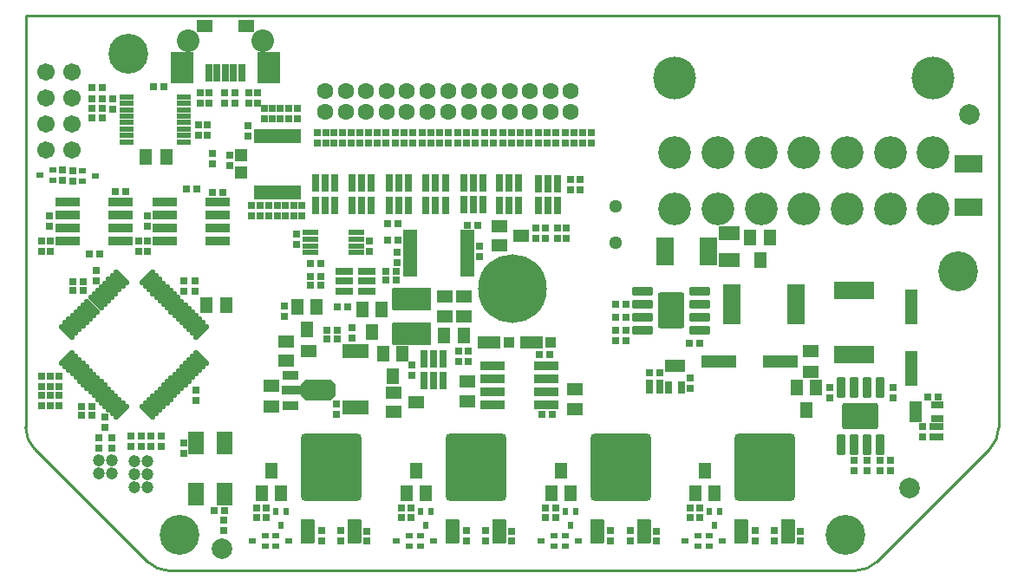
<source format=gts>
%FSLAX23Y23*%
%MOIN*%
G70*
G01*
G75*
G04 Layer_Color=8388736*
%ADD10R,0.020X0.020*%
%ADD11R,0.020X0.020*%
%ADD12R,0.022X0.057*%
%ADD13R,0.022X0.057*%
%ADD14R,0.055X0.039*%
%ADD15R,0.079X0.043*%
%ADD16R,0.031X0.031*%
%ADD17R,0.059X0.098*%
%ADD18R,0.098X0.059*%
%ADD19R,0.039X0.055*%
G04:AMPARAMS|DCode=20|XSize=142mil|YSize=79mil|CornerRadius=4mil|HoleSize=0mil|Usage=FLASHONLY|Rotation=180.000|XOffset=0mil|YOffset=0mil|HoleType=Round|Shape=RoundedRectangle|*
%AMROUNDEDRECTD20*
21,1,0.142,0.071,0,0,180.0*
21,1,0.134,0.079,0,0,180.0*
1,1,0.008,-0.067,0.035*
1,1,0.008,0.067,0.035*
1,1,0.008,0.067,-0.035*
1,1,0.008,-0.067,-0.035*
%
%ADD20ROUNDEDRECTD20*%
%ADD21R,0.020X0.014*%
%ADD22R,0.014X0.020*%
%ADD23R,0.057X0.018*%
%ADD24R,0.071X0.045*%
%ADD25C,0.020*%
%ADD26R,0.020X0.063*%
%ADD27R,0.083X0.114*%
%ADD28R,0.051X0.039*%
%ADD29R,0.055X0.024*%
%ADD30R,0.071X0.024*%
G04:AMPARAMS|DCode=31|XSize=75mil|YSize=126mil|CornerRadius=0mil|HoleSize=0mil|Usage=FLASHONLY|Rotation=90.000|XOffset=0mil|YOffset=0mil|HoleType=Round|Shape=Octagon|*
%AMOCTAGOND31*
4,1,8,-0.063,-0.019,-0.063,0.019,-0.044,0.037,0.044,0.037,0.063,0.019,0.063,-0.019,0.044,-0.037,-0.044,-0.037,-0.063,-0.019,0.0*
%
%ADD31OCTAGOND31*%

%ADD32R,0.017X0.050*%
%ADD33R,0.050X0.017*%
%ADD34R,0.087X0.024*%
G04:AMPARAMS|DCode=35|XSize=12mil|YSize=71mil|CornerRadius=0mil|HoleSize=0mil|Usage=FLASHONLY|Rotation=315.000|XOffset=0mil|YOffset=0mil|HoleType=Round|Shape=Round|*
%AMOVALD35*
21,1,0.059,0.012,0.000,0.000,45.0*
1,1,0.012,-0.021,-0.021*
1,1,0.012,0.021,0.021*
%
%ADD35OVALD35*%

G04:AMPARAMS|DCode=36|XSize=12mil|YSize=71mil|CornerRadius=0mil|HoleSize=0mil|Usage=FLASHONLY|Rotation=45.000|XOffset=0mil|YOffset=0mil|HoleType=Round|Shape=Round|*
%AMOVALD36*
21,1,0.059,0.012,0.000,0.000,135.0*
1,1,0.012,0.021,-0.021*
1,1,0.012,-0.021,0.021*
%
%ADD36OVALD36*%

%ADD37R,0.018X0.037*%
%ADD38R,0.037X0.018*%
G04:AMPARAMS|DCode=39|XSize=228mil|YSize=252mil|CornerRadius=17mil|HoleSize=0mil|Usage=FLASHONLY|Rotation=0.000|XOffset=0mil|YOffset=0mil|HoleType=Round|Shape=RoundedRectangle|*
%AMROUNDEDRECTD39*
21,1,0.228,0.218,0,0,0.0*
21,1,0.194,0.252,0,0,0.0*
1,1,0.034,0.097,-0.109*
1,1,0.034,-0.097,-0.109*
1,1,0.034,-0.097,0.109*
1,1,0.034,0.097,0.109*
%
%ADD39ROUNDEDRECTD39*%
G04:AMPARAMS|DCode=40|XSize=47mil|YSize=87mil|CornerRadius=4mil|HoleSize=0mil|Usage=FLASHONLY|Rotation=0.000|XOffset=0mil|YOffset=0mil|HoleType=Round|Shape=RoundedRectangle|*
%AMROUNDEDRECTD40*
21,1,0.047,0.080,0,0,0.0*
21,1,0.040,0.087,0,0,0.0*
1,1,0.007,0.020,-0.040*
1,1,0.007,-0.020,-0.040*
1,1,0.007,-0.020,0.040*
1,1,0.007,0.020,0.040*
%
%ADD40ROUNDEDRECTD40*%
%ADD41R,0.146X0.059*%
%ADD42R,0.059X0.146*%
G04:AMPARAMS|DCode=43|XSize=95mil|YSize=130mil|CornerRadius=7mil|HoleSize=0mil|Usage=FLASHONLY|Rotation=90.000|XOffset=0mil|YOffset=0mil|HoleType=Round|Shape=RoundedRectangle|*
%AMROUNDEDRECTD43*
21,1,0.095,0.116,0,0,90.0*
21,1,0.081,0.130,0,0,90.0*
1,1,0.014,0.058,0.040*
1,1,0.014,0.058,-0.040*
1,1,0.014,-0.058,-0.040*
1,1,0.014,-0.058,0.040*
%
%ADD43ROUNDEDRECTD43*%
G04:AMPARAMS|DCode=44|XSize=26mil|YSize=69mil|CornerRadius=2mil|HoleSize=0mil|Usage=FLASHONLY|Rotation=180.000|XOffset=0mil|YOffset=0mil|HoleType=Round|Shape=RoundedRectangle|*
%AMROUNDEDRECTD44*
21,1,0.026,0.065,0,0,180.0*
21,1,0.022,0.069,0,0,180.0*
1,1,0.004,-0.011,0.033*
1,1,0.004,0.011,0.033*
1,1,0.004,0.011,-0.033*
1,1,0.004,-0.011,-0.033*
%
%ADD44ROUNDEDRECTD44*%
%ADD45R,0.039X0.125*%
G04:AMPARAMS|DCode=46|XSize=95mil|YSize=130mil|CornerRadius=7mil|HoleSize=0mil|Usage=FLASHONLY|Rotation=0.000|XOffset=0mil|YOffset=0mil|HoleType=Round|Shape=RoundedRectangle|*
%AMROUNDEDRECTD46*
21,1,0.095,0.116,0,0,0.0*
21,1,0.081,0.130,0,0,0.0*
1,1,0.014,0.040,-0.058*
1,1,0.014,-0.040,-0.058*
1,1,0.014,-0.040,0.058*
1,1,0.014,0.040,0.058*
%
%ADD46ROUNDEDRECTD46*%
G04:AMPARAMS|DCode=47|XSize=26mil|YSize=69mil|CornerRadius=2mil|HoleSize=0mil|Usage=FLASHONLY|Rotation=90.000|XOffset=0mil|YOffset=0mil|HoleType=Round|Shape=RoundedRectangle|*
%AMROUNDEDRECTD47*
21,1,0.026,0.065,0,0,90.0*
21,1,0.022,0.069,0,0,90.0*
1,1,0.004,0.033,0.011*
1,1,0.004,0.033,-0.011*
1,1,0.004,-0.033,-0.011*
1,1,0.004,-0.033,0.011*
%
%ADD47ROUNDEDRECTD47*%
%ADD48R,0.125X0.039*%
%ADD49R,0.051X0.079*%
%ADD50R,0.043X0.039*%
%ADD51R,0.057X0.022*%
%ADD52R,0.057X0.022*%
%ADD53R,0.051X0.043*%
%ADD54R,0.043X0.051*%
%ADD55R,0.050X0.012*%
%ADD56C,0.006*%
%ADD57C,0.012*%
%ADD58C,0.016*%
%ADD59C,0.020*%
%ADD60C,0.025*%
%ADD61C,0.030*%
%ADD62C,0.010*%
%ADD63C,0.043*%
%ADD64C,0.145*%
%ADD65C,0.079*%
%ADD66C,0.256*%
%ADD67C,0.118*%
%ADD68C,0.157*%
%ADD69C,0.055*%
%ADD70C,0.059*%
%ADD71C,0.018*%
%ADD72C,0.040*%
%ADD73C,0.007*%
%ADD74C,0.056*%
%ADD75C,0.083*%
%ADD76C,0.260*%
%ADD77C,0.099*%
%ADD78C,0.146*%
%ADD79C,0.060*%
%ADD80C,0.052*%
%ADD81C,0.032*%
%ADD82R,0.039X0.043*%
%ADD83C,0.055*%
%ADD84C,0.004*%
%ADD85C,0.010*%
%ADD86C,0.008*%
%ADD87C,0.024*%
%ADD88C,0.016*%
%ADD89C,0.001*%
%ADD90C,0.008*%
%ADD91C,0.015*%
%ADD92C,0.004*%
%ADD93C,0.005*%
%ADD94R,0.024X0.008*%
%ADD95R,0.008X0.024*%
%ADD96R,0.130X0.040*%
%ADD97R,0.050X0.030*%
%ADD98R,0.070X0.040*%
%ADD99R,0.040X0.070*%
%ADD100R,0.074X0.057*%
%ADD101R,0.074X0.057*%
%ADD102R,0.130X0.150*%
%ADD103R,0.150X0.130*%
%ADD104R,0.040X0.010*%
%ADD105R,0.050X0.020*%
%ADD106R,0.020X0.050*%
%ADD107R,0.010X0.040*%
%ADD108R,0.028X0.028*%
%ADD109R,0.028X0.028*%
%ADD110R,0.030X0.065*%
%ADD111R,0.030X0.065*%
%ADD112R,0.063X0.047*%
%ADD113R,0.087X0.051*%
%ADD114R,0.039X0.039*%
%ADD115R,0.067X0.106*%
%ADD116R,0.106X0.067*%
%ADD117R,0.047X0.063*%
G04:AMPARAMS|DCode=118|XSize=150mil|YSize=87mil|CornerRadius=4mil|HoleSize=0mil|Usage=FLASHONLY|Rotation=180.000|XOffset=0mil|YOffset=0mil|HoleType=Round|Shape=RoundedRectangle|*
%AMROUNDEDRECTD118*
21,1,0.150,0.078,0,0,180.0*
21,1,0.141,0.087,0,0,180.0*
1,1,0.009,-0.071,0.039*
1,1,0.009,0.071,0.039*
1,1,0.009,0.071,-0.039*
1,1,0.009,-0.071,-0.039*
%
%ADD118ROUNDEDRECTD118*%
%ADD119R,0.028X0.022*%
%ADD120R,0.022X0.028*%
%ADD121R,0.061X0.022*%
%ADD122R,0.079X0.053*%
%ADD123R,0.028X0.071*%
%ADD124R,0.091X0.122*%
%ADD125R,0.059X0.047*%
%ADD126R,0.063X0.032*%
%ADD127R,0.079X0.032*%
G04:AMPARAMS|DCode=128|XSize=83mil|YSize=134mil|CornerRadius=0mil|HoleSize=0mil|Usage=FLASHONLY|Rotation=90.000|XOffset=0mil|YOffset=0mil|HoleType=Round|Shape=Octagon|*
%AMOCTAGOND128*
4,1,8,-0.067,-0.021,-0.067,0.021,-0.046,0.041,0.046,0.041,0.067,0.021,0.067,-0.021,0.046,-0.041,-0.046,-0.041,-0.067,-0.021,0.0*
%
%ADD128OCTAGOND128*%

%ADD129R,0.025X0.058*%
%ADD130R,0.058X0.025*%
%ADD131R,0.095X0.032*%
G04:AMPARAMS|DCode=132|XSize=20mil|YSize=79mil|CornerRadius=0mil|HoleSize=0mil|Usage=FLASHONLY|Rotation=315.000|XOffset=0mil|YOffset=0mil|HoleType=Round|Shape=Round|*
%AMOVALD132*
21,1,0.059,0.020,0.000,0.000,45.0*
1,1,0.020,-0.021,-0.021*
1,1,0.020,0.021,0.021*
%
%ADD132OVALD132*%

G04:AMPARAMS|DCode=133|XSize=20mil|YSize=79mil|CornerRadius=0mil|HoleSize=0mil|Usage=FLASHONLY|Rotation=45.000|XOffset=0mil|YOffset=0mil|HoleType=Round|Shape=Round|*
%AMOVALD133*
21,1,0.059,0.020,0.000,0.000,135.0*
1,1,0.020,0.021,-0.021*
1,1,0.020,-0.021,0.021*
%
%ADD133OVALD133*%

%ADD134R,0.026X0.045*%
%ADD135R,0.045X0.026*%
G04:AMPARAMS|DCode=136|XSize=236mil|YSize=260mil|CornerRadius=18mil|HoleSize=0mil|Usage=FLASHONLY|Rotation=0.000|XOffset=0mil|YOffset=0mil|HoleType=Round|Shape=RoundedRectangle|*
%AMROUNDEDRECTD136*
21,1,0.236,0.225,0,0,0.0*
21,1,0.201,0.260,0,0,0.0*
1,1,0.035,0.100,-0.112*
1,1,0.035,-0.100,-0.112*
1,1,0.035,-0.100,0.112*
1,1,0.035,0.100,0.112*
%
%ADD136ROUNDEDRECTD136*%
G04:AMPARAMS|DCode=137|XSize=55mil|YSize=95mil|CornerRadius=4mil|HoleSize=0mil|Usage=FLASHONLY|Rotation=0.000|XOffset=0mil|YOffset=0mil|HoleType=Round|Shape=RoundedRectangle|*
%AMROUNDEDRECTD137*
21,1,0.055,0.086,0,0,0.0*
21,1,0.047,0.095,0,0,0.0*
1,1,0.008,0.023,-0.043*
1,1,0.008,-0.023,-0.043*
1,1,0.008,-0.023,0.043*
1,1,0.008,0.023,0.043*
%
%ADD137ROUNDEDRECTD137*%
%ADD138R,0.154X0.067*%
%ADD139R,0.067X0.154*%
G04:AMPARAMS|DCode=140|XSize=103mil|YSize=138mil|CornerRadius=8mil|HoleSize=0mil|Usage=FLASHONLY|Rotation=90.000|XOffset=0mil|YOffset=0mil|HoleType=Round|Shape=RoundedRectangle|*
%AMROUNDEDRECTD140*
21,1,0.103,0.122,0,0,90.0*
21,1,0.087,0.138,0,0,90.0*
1,1,0.015,0.061,0.044*
1,1,0.015,0.061,-0.044*
1,1,0.015,-0.061,-0.044*
1,1,0.015,-0.061,0.044*
%
%ADD140ROUNDEDRECTD140*%
G04:AMPARAMS|DCode=141|XSize=34mil|YSize=77mil|CornerRadius=3mil|HoleSize=0mil|Usage=FLASHONLY|Rotation=180.000|XOffset=0mil|YOffset=0mil|HoleType=Round|Shape=RoundedRectangle|*
%AMROUNDEDRECTD141*
21,1,0.034,0.072,0,0,180.0*
21,1,0.029,0.077,0,0,180.0*
1,1,0.005,-0.014,0.036*
1,1,0.005,0.014,0.036*
1,1,0.005,0.014,-0.036*
1,1,0.005,-0.014,-0.036*
%
%ADD141ROUNDEDRECTD141*%
%ADD142R,0.047X0.133*%
G04:AMPARAMS|DCode=143|XSize=103mil|YSize=138mil|CornerRadius=8mil|HoleSize=0mil|Usage=FLASHONLY|Rotation=0.000|XOffset=0mil|YOffset=0mil|HoleType=Round|Shape=RoundedRectangle|*
%AMROUNDEDRECTD143*
21,1,0.103,0.122,0,0,0.0*
21,1,0.087,0.138,0,0,0.0*
1,1,0.015,0.044,-0.061*
1,1,0.015,-0.044,-0.061*
1,1,0.015,-0.044,0.061*
1,1,0.015,0.044,0.061*
%
%ADD143ROUNDEDRECTD143*%
G04:AMPARAMS|DCode=144|XSize=34mil|YSize=77mil|CornerRadius=3mil|HoleSize=0mil|Usage=FLASHONLY|Rotation=90.000|XOffset=0mil|YOffset=0mil|HoleType=Round|Shape=RoundedRectangle|*
%AMROUNDEDRECTD144*
21,1,0.034,0.072,0,0,90.0*
21,1,0.029,0.077,0,0,90.0*
1,1,0.005,0.036,0.014*
1,1,0.005,0.036,-0.014*
1,1,0.005,-0.036,-0.014*
1,1,0.005,-0.036,0.014*
%
%ADD144ROUNDEDRECTD144*%
%ADD145R,0.133X0.047*%
%ADD146R,0.059X0.087*%
%ADD147R,0.051X0.047*%
%ADD148R,0.065X0.030*%
%ADD149R,0.065X0.030*%
%ADD150R,0.059X0.051*%
%ADD151R,0.051X0.059*%
%ADD152R,0.058X0.020*%
%ADD153C,0.047*%
%ADD154C,0.153*%
%ADD155C,0.087*%
%ADD156C,0.264*%
%ADD157C,0.126*%
%ADD158C,0.165*%
%ADD159C,0.063*%
%ADD160C,0.067*%
%ADD161C,0.051*%
D62*
X-1870Y-532D02*
G03*
X-1835Y-615I118J0D01*
G01*
X-1402Y-1048D02*
G03*
X-1319Y-1083I84J84D01*
G01*
X1319D02*
G03*
X1402Y-1048I0J118D01*
G01*
X1836Y-615D02*
G03*
X1870Y-532I-84J84D01*
G01*
X-1835Y-615D02*
X-1402Y-1048D01*
X-1319Y-1083D02*
X1319D01*
X1402Y-1048D02*
X1836Y-615D01*
X1870Y-532D02*
Y1053D01*
X-1870D02*
X1870D01*
X-1870Y-532D02*
Y1053D01*
D65*
X-1115Y-1000D02*
D03*
X1758Y673D02*
D03*
X1529Y-766D02*
D03*
D108*
X-892Y655D02*
D03*
Y695D02*
D03*
X-872Y283D02*
D03*
Y323D02*
D03*
X-124Y125D02*
D03*
Y165D02*
D03*
X-441Y140D02*
D03*
Y100D02*
D03*
X-518Y603D02*
D03*
Y563D02*
D03*
X-584Y603D02*
D03*
Y563D02*
D03*
X-551Y603D02*
D03*
Y563D02*
D03*
X-618Y603D02*
D03*
Y563D02*
D03*
X-1014Y589D02*
D03*
Y629D02*
D03*
X-953Y695D02*
D03*
Y655D02*
D03*
X-968Y283D02*
D03*
Y323D02*
D03*
X-1001D02*
D03*
Y283D02*
D03*
X-827Y695D02*
D03*
Y655D02*
D03*
X-860Y695D02*
D03*
Y655D02*
D03*
X-808Y283D02*
D03*
Y323D02*
D03*
X-840Y283D02*
D03*
Y323D02*
D03*
X-170Y-278D02*
D03*
Y-238D02*
D03*
X-828Y212D02*
D03*
Y172D02*
D03*
X226Y380D02*
D03*
Y420D02*
D03*
X262Y380D02*
D03*
Y420D02*
D03*
X91Y235D02*
D03*
Y195D02*
D03*
X-548Y186D02*
D03*
Y146D02*
D03*
X209Y195D02*
D03*
Y235D02*
D03*
X127Y195D02*
D03*
Y235D02*
D03*
X175Y195D02*
D03*
Y235D02*
D03*
X-1536Y690D02*
D03*
Y730D02*
D03*
X-615Y-189D02*
D03*
Y-149D02*
D03*
X-675Y-442D02*
D03*
Y-482D02*
D03*
X553Y-931D02*
D03*
Y-970D02*
D03*
X1107Y-931D02*
D03*
Y-970D02*
D03*
X-1108Y-889D02*
D03*
Y-929D02*
D03*
X-1263Y-633D02*
D03*
Y-593D02*
D03*
X-1403Y241D02*
D03*
Y281D02*
D03*
X-1778Y240D02*
D03*
Y280D02*
D03*
X-207Y-238D02*
D03*
Y-278D02*
D03*
X-1205Y590D02*
D03*
Y630D02*
D03*
X-1810Y185D02*
D03*
Y145D02*
D03*
X-1435Y186D02*
D03*
Y146D02*
D03*
X933Y-968D02*
D03*
Y-929D02*
D03*
X1007Y-969D02*
D03*
Y-930D02*
D03*
X379Y-968D02*
D03*
Y-929D02*
D03*
X453Y-969D02*
D03*
Y-930D02*
D03*
X-177Y-968D02*
D03*
Y-929D02*
D03*
X-103Y-969D02*
D03*
Y-930D02*
D03*
X-3Y-970D02*
D03*
Y-931D02*
D03*
X-733Y-968D02*
D03*
Y-929D02*
D03*
X-659Y-969D02*
D03*
Y-930D02*
D03*
X-559Y-970D02*
D03*
Y-931D02*
D03*
X1222Y-378D02*
D03*
Y-418D02*
D03*
X528Y-361D02*
D03*
Y-321D02*
D03*
X568Y-361D02*
D03*
Y-321D02*
D03*
X683Y-381D02*
D03*
Y-341D02*
D03*
X1646Y-569D02*
D03*
Y-529D02*
D03*
X1364Y-660D02*
D03*
Y-700D02*
D03*
X1314Y-660D02*
D03*
Y-700D02*
D03*
X1414Y-699D02*
D03*
Y-659D02*
D03*
X1455D02*
D03*
Y-699D02*
D03*
X-1777Y145D02*
D03*
Y185D02*
D03*
X-1403Y146D02*
D03*
Y186D02*
D03*
X-979Y715D02*
D03*
Y755D02*
D03*
X-1198Y715D02*
D03*
Y755D02*
D03*
X-1171Y630D02*
D03*
Y590D02*
D03*
X-1085Y475D02*
D03*
Y515D02*
D03*
X-1464Y-565D02*
D03*
Y-605D02*
D03*
X-1424Y-565D02*
D03*
Y-605D02*
D03*
X-1689Y416D02*
D03*
Y456D02*
D03*
X-1729Y457D02*
D03*
Y417D02*
D03*
X1463Y-417D02*
D03*
Y-377D02*
D03*
X-1067Y756D02*
D03*
Y716D02*
D03*
X-1104Y755D02*
D03*
Y715D02*
D03*
X-1151Y521D02*
D03*
Y481D02*
D03*
X-1741Y-448D02*
D03*
Y-408D02*
D03*
X-1775Y-448D02*
D03*
Y-408D02*
D03*
X-1810Y-407D02*
D03*
Y-447D02*
D03*
X-1589Y-572D02*
D03*
Y-612D02*
D03*
X-1540Y-573D02*
D03*
Y-613D02*
D03*
X-484Y563D02*
D03*
Y603D02*
D03*
X-415Y563D02*
D03*
Y603D02*
D03*
X-385Y-291D02*
D03*
Y-331D02*
D03*
X-1166Y715D02*
D03*
Y755D02*
D03*
X-1011Y715D02*
D03*
Y755D02*
D03*
X-684Y603D02*
D03*
Y563D02*
D03*
X-717Y603D02*
D03*
Y563D02*
D03*
X-651Y603D02*
D03*
Y563D02*
D03*
X-1599Y73D02*
D03*
Y33D02*
D03*
X-381Y563D02*
D03*
Y603D02*
D03*
X-1566Y-533D02*
D03*
Y-493D02*
D03*
X-312Y603D02*
D03*
Y563D02*
D03*
X-244D02*
D03*
Y603D02*
D03*
X-209Y563D02*
D03*
Y603D02*
D03*
X-175D02*
D03*
Y563D02*
D03*
X-141Y603D02*
D03*
Y563D02*
D03*
X-106D02*
D03*
Y603D02*
D03*
X-72Y563D02*
D03*
Y603D02*
D03*
X-3D02*
D03*
Y563D02*
D03*
X237Y603D02*
D03*
Y563D02*
D03*
X-450Y603D02*
D03*
Y563D02*
D03*
X-750Y603D02*
D03*
Y563D02*
D03*
X-278Y603D02*
D03*
Y563D02*
D03*
X-347D02*
D03*
Y603D02*
D03*
X-37D02*
D03*
Y563D02*
D03*
X31D02*
D03*
Y603D02*
D03*
X203D02*
D03*
Y563D02*
D03*
X100Y603D02*
D03*
Y563D02*
D03*
X66Y603D02*
D03*
Y563D02*
D03*
X306D02*
D03*
Y603D02*
D03*
X272Y563D02*
D03*
Y603D02*
D03*
X169Y563D02*
D03*
Y603D02*
D03*
X134Y563D02*
D03*
Y603D02*
D03*
X-903Y283D02*
D03*
Y323D02*
D03*
X-1388Y-605D02*
D03*
Y-565D02*
D03*
X-1350Y-564D02*
D03*
Y-604D02*
D03*
X-935Y283D02*
D03*
Y323D02*
D03*
X-1775Y-376D02*
D03*
Y-336D02*
D03*
X-1741Y-376D02*
D03*
Y-336D02*
D03*
X-1262Y33D02*
D03*
X-1262Y-7D02*
D03*
X-1220Y-8D02*
D03*
Y32D02*
D03*
X-1810Y-376D02*
D03*
Y-336D02*
D03*
X-1214Y-429D02*
D03*
Y-389D02*
D03*
X-876Y-66D02*
D03*
Y-106D02*
D03*
X-923Y655D02*
D03*
Y695D02*
D03*
D109*
X-734Y98D02*
D03*
X-774D02*
D03*
X-1213Y386D02*
D03*
X-1253D02*
D03*
X-1586Y136D02*
D03*
X-1626D02*
D03*
X-735Y49D02*
D03*
X-775D02*
D03*
X-1577Y659D02*
D03*
X-1617D02*
D03*
X-479Y188D02*
D03*
X-439D02*
D03*
X-672Y-69D02*
D03*
X-632D02*
D03*
X-446Y68D02*
D03*
X-486D02*
D03*
X-173Y246D02*
D03*
X-133D02*
D03*
X-735Y16D02*
D03*
X-775D02*
D03*
X144Y-251D02*
D03*
X104D02*
D03*
X113Y-481D02*
D03*
X153D02*
D03*
X-1340Y777D02*
D03*
X-1380D02*
D03*
X-1145Y-851D02*
D03*
X-1105D02*
D03*
X-1525Y374D02*
D03*
X-1485D02*
D03*
X-1111Y372D02*
D03*
X-1151D02*
D03*
X683Y-879D02*
D03*
X722D02*
D03*
X683Y-842D02*
D03*
X722D02*
D03*
X129Y-879D02*
D03*
X168D02*
D03*
X129Y-842D02*
D03*
X168D02*
D03*
X-427Y-879D02*
D03*
X-388D02*
D03*
X-427Y-842D02*
D03*
X-388D02*
D03*
X-983Y-879D02*
D03*
X-944D02*
D03*
X-983Y-842D02*
D03*
X-944D02*
D03*
X528Y-390D02*
D03*
X568D02*
D03*
X438Y-199D02*
D03*
X398D02*
D03*
Y-158D02*
D03*
X438D02*
D03*
X437Y-108D02*
D03*
X397D02*
D03*
X437Y-58D02*
D03*
X397D02*
D03*
X1637Y-414D02*
D03*
X1597D02*
D03*
X1617Y-529D02*
D03*
X1577D02*
D03*
X1617Y-569D02*
D03*
X1577D02*
D03*
X-1577Y695D02*
D03*
X-1617D02*
D03*
X-1577Y733D02*
D03*
X-1617D02*
D03*
Y774D02*
D03*
X-1577D02*
D03*
X-671Y-192D02*
D03*
X-711D02*
D03*
X681Y-208D02*
D03*
X721D02*
D03*
X-1689Y-5D02*
D03*
X-1649D02*
D03*
X-446Y36D02*
D03*
X-486D02*
D03*
X-438Y250D02*
D03*
X-478D02*
D03*
X-1617Y-452D02*
D03*
X-1657D02*
D03*
X-1649Y27D02*
D03*
X-1689D02*
D03*
X-1657Y-484D02*
D03*
X-1617D02*
D03*
X-671Y-158D02*
D03*
X-711D02*
D03*
D110*
X-616Y407D02*
D03*
X-579D02*
D03*
X-542D02*
D03*
Y323D02*
D03*
X-579D02*
D03*
X-338Y-269D02*
D03*
X-301D02*
D03*
X-264D02*
D03*
Y-353D02*
D03*
X-301D02*
D03*
X174Y322D02*
D03*
X137D02*
D03*
X100D02*
D03*
Y406D02*
D03*
X137D02*
D03*
X-436Y323D02*
D03*
X-399D02*
D03*
Y407D02*
D03*
X-436D02*
D03*
X-473D02*
D03*
X-150Y324D02*
D03*
X-113D02*
D03*
Y408D02*
D03*
X-150D02*
D03*
X-187D02*
D03*
X-48Y407D02*
D03*
X-11D02*
D03*
X26D02*
D03*
Y323D02*
D03*
X-11D02*
D03*
X-331Y407D02*
D03*
X-294D02*
D03*
X-257D02*
D03*
Y323D02*
D03*
X-294D02*
D03*
X-755Y407D02*
D03*
X-718D02*
D03*
X-681D02*
D03*
Y323D02*
D03*
X-718D02*
D03*
D111*
X-616Y323D02*
D03*
X-338Y-353D02*
D03*
X174Y406D02*
D03*
X-473Y323D02*
D03*
X-187Y324D02*
D03*
X-48Y323D02*
D03*
X-331D02*
D03*
X-755D02*
D03*
D112*
X36Y204D02*
D03*
X-50Y167D02*
D03*
Y241D02*
D03*
X-782Y-238D02*
D03*
X-868Y-275D02*
D03*
Y-201D02*
D03*
X-369Y-434D02*
D03*
X-455Y-471D02*
D03*
Y-397D02*
D03*
D113*
X-88Y-206D02*
D03*
X74Y-204D02*
D03*
D114*
X-13Y-206D02*
D03*
X149Y-204D02*
D03*
D115*
X754Y145D02*
D03*
X588D02*
D03*
D116*
X1753Y481D02*
D03*
Y315D02*
D03*
D117*
X-458Y-334D02*
D03*
X-495Y-248D02*
D03*
X-421D02*
D03*
X953Y112D02*
D03*
X916Y198D02*
D03*
X990D02*
D03*
X-752Y-70D02*
D03*
X-826D02*
D03*
X-789Y-156D02*
D03*
X-962Y-785D02*
D03*
X-888D02*
D03*
X-925Y-698D02*
D03*
X-406Y-785D02*
D03*
X-332D02*
D03*
X-369Y-698D02*
D03*
X150Y-785D02*
D03*
X224D02*
D03*
X187Y-698D02*
D03*
X704Y-785D02*
D03*
X778D02*
D03*
X741Y-698D02*
D03*
X1132Y-465D02*
D03*
X1095Y-379D02*
D03*
X1169D02*
D03*
X-538Y-166D02*
D03*
X-575Y-80D02*
D03*
X-501D02*
D03*
D118*
X-386Y-37D02*
D03*
Y-171D02*
D03*
D119*
X-858Y-967D02*
D03*
X-908Y-987D02*
D03*
Y-948D02*
D03*
X-302Y-967D02*
D03*
X-352Y-987D02*
D03*
Y-948D02*
D03*
X254Y-967D02*
D03*
X204Y-987D02*
D03*
Y-948D02*
D03*
X808Y-967D02*
D03*
X758Y-987D02*
D03*
Y-948D02*
D03*
X-1000Y-967D02*
D03*
X-950Y-948D02*
D03*
Y-987D02*
D03*
X-444Y-967D02*
D03*
X-394Y-948D02*
D03*
Y-987D02*
D03*
X112Y-967D02*
D03*
X162Y-948D02*
D03*
Y-987D02*
D03*
X666Y-967D02*
D03*
X716Y-948D02*
D03*
Y-987D02*
D03*
X-1814Y437D02*
D03*
X-1764Y457D02*
D03*
Y417D02*
D03*
X-1603Y436D02*
D03*
X-1653Y416D02*
D03*
Y456D02*
D03*
D120*
X-889Y-907D02*
D03*
X-909Y-856D02*
D03*
X-869D02*
D03*
X-333Y-907D02*
D03*
X-353Y-856D02*
D03*
X-313D02*
D03*
X223Y-907D02*
D03*
X203Y-856D02*
D03*
X243D02*
D03*
X777Y-907D02*
D03*
X757Y-856D02*
D03*
X797D02*
D03*
D121*
X-774Y192D02*
D03*
Y166D02*
D03*
Y141D02*
D03*
X-600Y217D02*
D03*
Y192D02*
D03*
Y166D02*
D03*
Y141D02*
D03*
X-774Y217D02*
D03*
D122*
X833Y214D02*
D03*
Y110D02*
D03*
D123*
X-1165Y833D02*
D03*
X-1134D02*
D03*
X-1102D02*
D03*
X-1071D02*
D03*
X-1039D02*
D03*
D124*
X-1268Y850D02*
D03*
X-937D02*
D03*
D125*
X-1183Y1010D02*
D03*
X-1022D02*
D03*
D126*
X-852Y-331D02*
D03*
Y-449D02*
D03*
D127*
X-844Y-390D02*
D03*
D128*
X-746D02*
D03*
D129*
X-564Y-238D02*
D03*
X-589D02*
D03*
X-615D02*
D03*
X-640D02*
D03*
X-564Y-456D02*
D03*
X-589D02*
D03*
X-615D02*
D03*
X-640D02*
D03*
X-980Y371D02*
D03*
X-954D02*
D03*
X-929D02*
D03*
X-903D02*
D03*
X-877D02*
D03*
X-852D02*
D03*
X-826D02*
D03*
X-980Y589D02*
D03*
X-954D02*
D03*
X-929D02*
D03*
X-903D02*
D03*
X-877D02*
D03*
X-852D02*
D03*
X-826D02*
D03*
D130*
X-173Y60D02*
D03*
Y86D02*
D03*
Y111D02*
D03*
Y137D02*
D03*
Y163D02*
D03*
Y188D02*
D03*
Y214D02*
D03*
X-391Y60D02*
D03*
Y86D02*
D03*
Y111D02*
D03*
Y137D02*
D03*
Y163D02*
D03*
Y188D02*
D03*
Y214D02*
D03*
D131*
X-74Y-344D02*
D03*
Y-394D02*
D03*
Y-444D02*
D03*
X130Y-294D02*
D03*
Y-344D02*
D03*
Y-394D02*
D03*
Y-444D02*
D03*
X-74Y-294D02*
D03*
X-1708Y335D02*
D03*
X-1504Y185D02*
D03*
Y235D02*
D03*
Y285D02*
D03*
Y335D02*
D03*
X-1708Y185D02*
D03*
Y235D02*
D03*
Y285D02*
D03*
X-1336Y286D02*
D03*
Y236D02*
D03*
Y186D02*
D03*
X-1132Y336D02*
D03*
Y286D02*
D03*
Y236D02*
D03*
Y186D02*
D03*
X-1336Y336D02*
D03*
D132*
X-1403Y45D02*
D03*
X-1389Y31D02*
D03*
X-1375Y17D02*
D03*
X-1361Y3D02*
D03*
X-1347Y-11D02*
D03*
X-1333Y-25D02*
D03*
X-1319Y-39D02*
D03*
X-1305Y-53D02*
D03*
X-1291Y-67D02*
D03*
X-1277Y-81D02*
D03*
X-1263Y-95D02*
D03*
X-1250Y-109D02*
D03*
X-1236Y-122D02*
D03*
X-1222Y-136D02*
D03*
X-1208Y-150D02*
D03*
X-1194Y-164D02*
D03*
X-1503Y-473D02*
D03*
X-1517Y-459D02*
D03*
X-1531Y-445D02*
D03*
X-1545Y-431D02*
D03*
X-1559Y-418D02*
D03*
X-1572Y-404D02*
D03*
X-1586Y-390D02*
D03*
X-1600Y-376D02*
D03*
X-1614Y-362D02*
D03*
X-1628Y-348D02*
D03*
X-1642Y-334D02*
D03*
X-1656Y-320D02*
D03*
X-1670Y-306D02*
D03*
X-1684Y-292D02*
D03*
X-1698Y-278D02*
D03*
X-1712Y-264D02*
D03*
D133*
X-1194D02*
D03*
X-1208Y-278D02*
D03*
X-1222Y-292D02*
D03*
X-1236Y-306D02*
D03*
X-1250Y-320D02*
D03*
X-1263Y-334D02*
D03*
X-1277Y-348D02*
D03*
X-1291Y-362D02*
D03*
X-1305Y-376D02*
D03*
X-1319Y-390D02*
D03*
X-1333Y-404D02*
D03*
X-1347Y-418D02*
D03*
X-1361Y-431D02*
D03*
X-1375Y-445D02*
D03*
X-1389Y-459D02*
D03*
X-1403Y-473D02*
D03*
X-1712Y-164D02*
D03*
X-1698Y-150D02*
D03*
X-1684Y-136D02*
D03*
X-1670Y-122D02*
D03*
X-1656Y-109D02*
D03*
X-1642Y-95D02*
D03*
X-1628Y-81D02*
D03*
X-1614Y-67D02*
D03*
X-1600Y-53D02*
D03*
X-1586Y-39D02*
D03*
X-1572Y-25D02*
D03*
X-1559Y-11D02*
D03*
X-1545Y3D02*
D03*
X-1531Y17D02*
D03*
X-1517Y31D02*
D03*
X-1503Y45D02*
D03*
D134*
X652Y-380D02*
D03*
X600D02*
D03*
X652Y-294D02*
D03*
X626D02*
D03*
X600D02*
D03*
D135*
X1636Y-445D02*
D03*
Y-497D02*
D03*
X1550Y-445D02*
D03*
Y-471D02*
D03*
Y-497D02*
D03*
D136*
X418Y-684D02*
D03*
X972D02*
D03*
X-694D02*
D03*
X-138D02*
D03*
D137*
X328Y-932D02*
D03*
X508D02*
D03*
X1062D02*
D03*
X882D02*
D03*
X-784D02*
D03*
X-604D02*
D03*
X-48D02*
D03*
X-228D02*
D03*
D138*
X1314Y-252D02*
D03*
Y-6D02*
D03*
D139*
X1091Y-58D02*
D03*
X845D02*
D03*
D140*
X1339Y-487D02*
D03*
D141*
X1314Y-597D02*
D03*
X1364D02*
D03*
X1414D02*
D03*
X1264Y-377D02*
D03*
X1314D02*
D03*
X1364D02*
D03*
X1414D02*
D03*
X1264Y-597D02*
D03*
D142*
X1536Y-305D02*
D03*
Y-69D02*
D03*
D143*
X610Y-83D02*
D03*
D144*
X500Y-58D02*
D03*
Y-108D02*
D03*
Y-158D02*
D03*
X720Y-8D02*
D03*
Y-58D02*
D03*
Y-108D02*
D03*
Y-158D02*
D03*
X500Y-8D02*
D03*
D145*
X1031Y-280D02*
D03*
X795D02*
D03*
D146*
X-1106Y-788D02*
D03*
Y-592D02*
D03*
X-1216D02*
D03*
Y-788D02*
D03*
D147*
X-1041Y448D02*
D03*
Y514D02*
D03*
D148*
X-560Y67D02*
D03*
Y30D02*
D03*
Y-7D02*
D03*
X-644D02*
D03*
Y30D02*
D03*
D149*
X-644Y67D02*
D03*
D150*
X242Y-385D02*
D03*
Y-463D02*
D03*
X-172Y-433D02*
D03*
Y-355D02*
D03*
X-927Y-373D02*
D03*
Y-451D02*
D03*
X-260Y-106D02*
D03*
Y-28D02*
D03*
X-184Y-105D02*
D03*
Y-27D02*
D03*
X1148Y-240D02*
D03*
Y-318D02*
D03*
D151*
X-185Y-178D02*
D03*
X-263D02*
D03*
X-1408Y507D02*
D03*
X-1330D02*
D03*
X-1099Y-63D02*
D03*
X-1177D02*
D03*
D152*
X-1483Y564D02*
D03*
X-1263D02*
D03*
Y590D02*
D03*
Y614D02*
D03*
Y640D02*
D03*
Y664D02*
D03*
Y689D02*
D03*
X-1483Y590D02*
D03*
Y614D02*
D03*
Y640D02*
D03*
Y664D02*
D03*
Y689D02*
D03*
Y715D02*
D03*
Y739D02*
D03*
X-1263Y715D02*
D03*
Y739D02*
D03*
D153*
X-1589Y-709D02*
D03*
X-1539D02*
D03*
X-1589Y-659D02*
D03*
X-1539D02*
D03*
X-1452Y-661D02*
D03*
Y-761D02*
D03*
X-1402D02*
D03*
X-1452Y-711D02*
D03*
X-1402D02*
D03*
Y-661D02*
D03*
D154*
X1713Y69D02*
D03*
X1280Y-945D02*
D03*
X-1279D02*
D03*
X-1476Y906D02*
D03*
D155*
X-959Y955D02*
D03*
X-1246D02*
D03*
D156*
X0Y-0D02*
D03*
D157*
X1453Y309D02*
D03*
X1618D02*
D03*
X1287D02*
D03*
X1122D02*
D03*
X957D02*
D03*
X791D02*
D03*
X626D02*
D03*
X1618Y526D02*
D03*
X1453D02*
D03*
X1287D02*
D03*
X1122D02*
D03*
X957D02*
D03*
X791D02*
D03*
X626D02*
D03*
D158*
X1618Y813D02*
D03*
X626D02*
D03*
D159*
X226Y683D02*
D03*
Y762D02*
D03*
X148Y683D02*
D03*
Y762D02*
D03*
X69Y683D02*
D03*
Y762D02*
D03*
X-10Y683D02*
D03*
Y762D02*
D03*
X-89Y683D02*
D03*
Y762D02*
D03*
X-167Y683D02*
D03*
Y762D02*
D03*
X-246Y683D02*
D03*
Y762D02*
D03*
X-325Y683D02*
D03*
Y762D02*
D03*
X-404Y683D02*
D03*
Y762D02*
D03*
X-482Y683D02*
D03*
Y762D02*
D03*
X-561Y683D02*
D03*
Y762D02*
D03*
X-640Y683D02*
D03*
Y762D02*
D03*
X-719Y683D02*
D03*
Y762D02*
D03*
D160*
X-1792Y835D02*
D03*
Y735D02*
D03*
Y635D02*
D03*
Y535D02*
D03*
X-1692Y835D02*
D03*
Y735D02*
D03*
Y635D02*
D03*
Y535D02*
D03*
D161*
X397Y317D02*
D03*
Y179D02*
D03*
M02*

</source>
